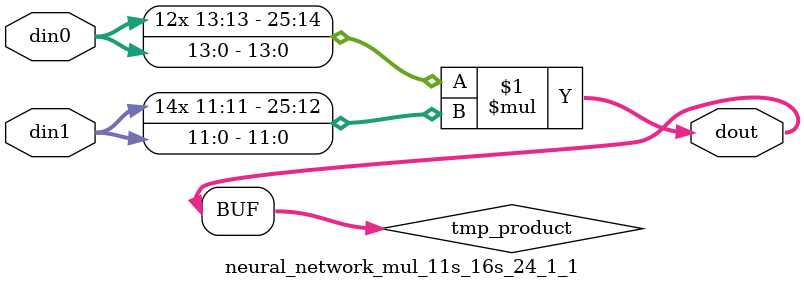
<source format=v>

`timescale 1 ns / 1 ps

  module neural_network_mul_11s_16s_24_1_1(din0, din1, dout);
parameter ID = 1;
parameter NUM_STAGE = 0;
parameter din0_WIDTH = 14;
parameter din1_WIDTH = 12;
parameter dout_WIDTH = 26;

input [din0_WIDTH - 1 : 0] din0; 
input [din1_WIDTH - 1 : 0] din1; 
output [dout_WIDTH - 1 : 0] dout;

wire signed [dout_WIDTH - 1 : 0] tmp_product;













assign tmp_product = $signed(din0) * $signed(din1);








assign dout = tmp_product;







endmodule

</source>
